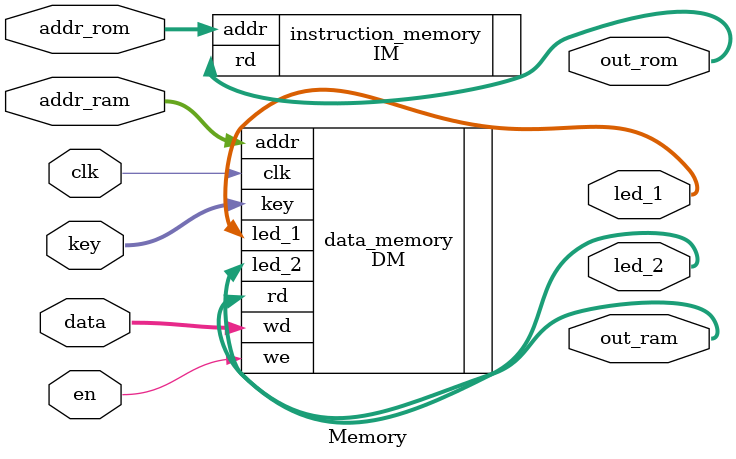
<source format=v>
`include "./memories/DM.v"
`include "./memories/IM.v"

module Memory (
    input wire clk,
    input wire en,
    input wire [15:0] addr_ram,
    input wire [31:0] data,
    input wire [15:0] addr_rom,
    input wire [31:0] key,

    output wire [31:0] out_rom,
    output wire [31:0] out_ram,
    output wire [31:0] led_1,
    output wire [31:0] led_2
);

    DM data_memory (
        .clk(clk), 
        .we(en),
        .addr(addr_ram),
        .wd(data),
        .rd(out_ram),

        .key(key),
        .led_1(led_1),
        .led_2(led_2)
    );

    IM instruction_memory (
        .addr(addr_rom),
        .rd(out_rom)
    );
    
endmodule
</source>
